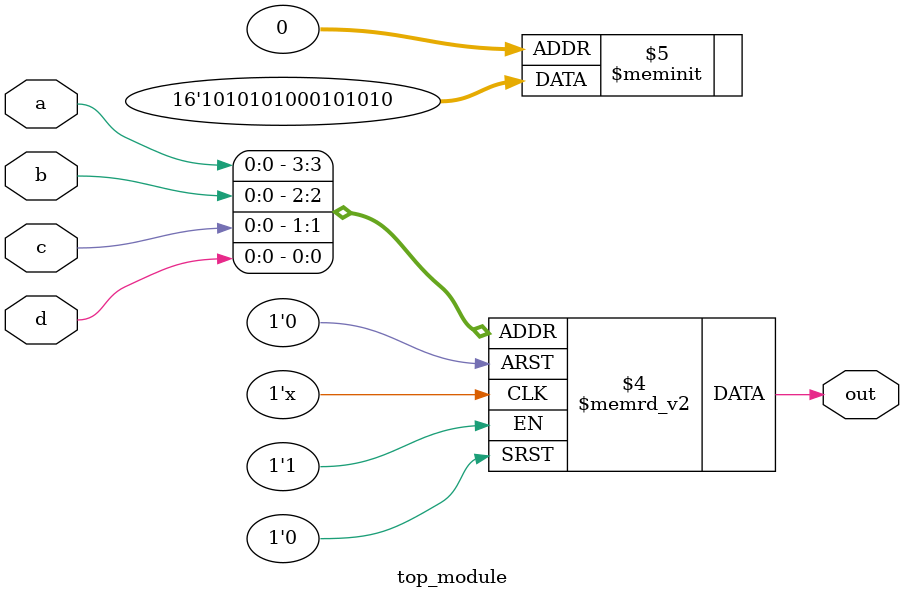
<source format=sv>
module top_module (
	input a, 
	input b,
	input c,
	input d,
	output reg out
);

always @(a or b or c or d)
  begin
    case ({a,b,c,d})
      4'b0000: out = 1'b0;
      4'b0001: out = 1'b1;
      4'b0010: out = 1'b0;
      4'b0011: out = 1'b1;
      4'b0100: out = 1'b0;
      4'b0101: out = 1'b1;
      4'b0110: out = 1'b0;
      4'b0111: out = 1'b0; // modified
      4'b1000: out = 1'b0;
      4'b1001: out = 1'b1;
      4'b1010: out = 1'b0;
      4'b1011: out = 1'b1;
      4'b1100: out = 1'b0;
      4'b1101: out = 1'b1;
      4'b1110: out = 1'b0;
      4'b1111: out = 1'b1;
      default: out = 1'b0;
    endcase
  end
  
endmodule

</source>
